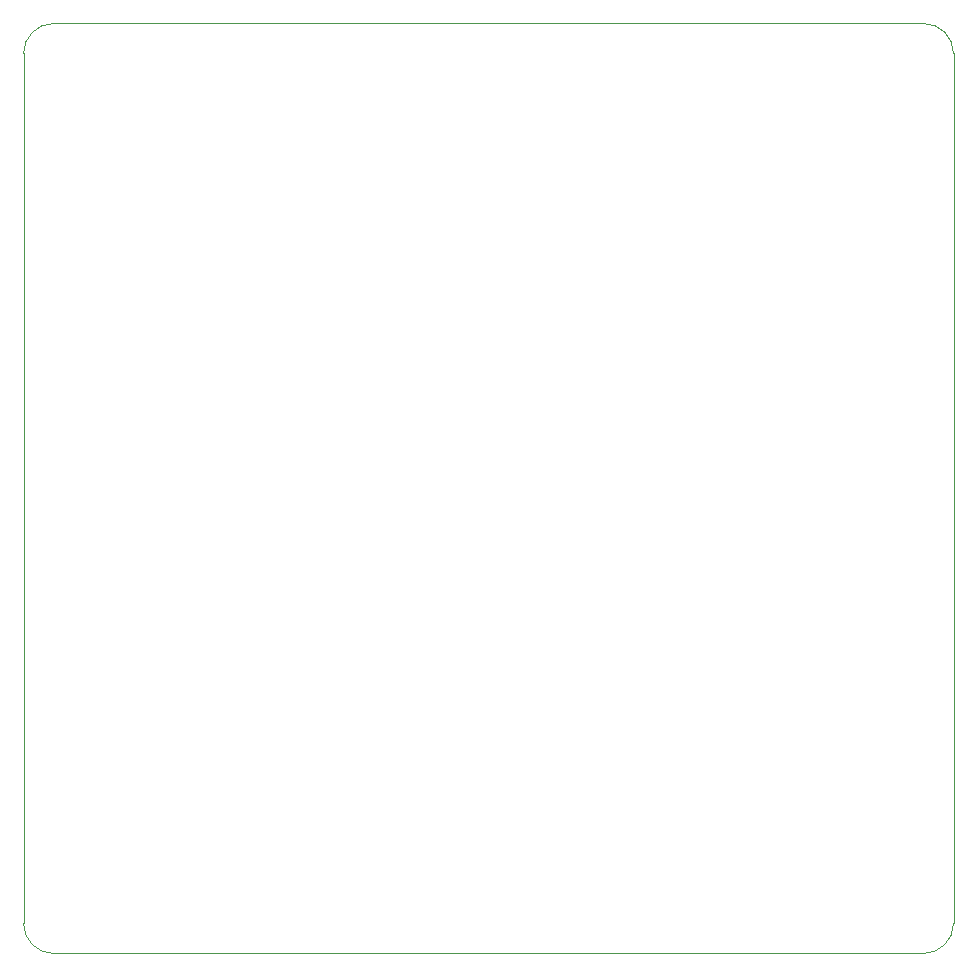
<source format=gbr>
%TF.GenerationSoftware,KiCad,Pcbnew,(6.0.2)*%
%TF.CreationDate,2022-02-25T10:45:33+01:00*%
%TF.ProjectId,CNC_interface,434e435f-696e-4746-9572-666163652e6b,rev?*%
%TF.SameCoordinates,Original*%
%TF.FileFunction,Profile,NP*%
%FSLAX46Y46*%
G04 Gerber Fmt 4.6, Leading zero omitted, Abs format (unit mm)*
G04 Created by KiCad (PCBNEW (6.0.2)) date 2022-02-25 10:45:33*
%MOMM*%
%LPD*%
G01*
G04 APERTURE LIST*
%TA.AperFunction,Profile*%
%ADD10C,0.050000*%
%TD*%
G04 APERTURE END LIST*
D10*
X114300000Y-132080000D02*
X114300000Y-58420000D01*
X190500000Y-134620000D02*
X116840000Y-134620000D01*
X193040000Y-58420000D02*
X193040000Y-132080000D01*
X116840000Y-55880000D02*
X190500000Y-55880000D01*
X114300000Y-132080000D02*
G75*
G03*
X116840000Y-134620000I2540000J0D01*
G01*
X116840000Y-55880000D02*
G75*
G03*
X114300000Y-58420000I0J-2540000D01*
G01*
X190500000Y-134620000D02*
G75*
G03*
X193040000Y-132080000I0J2540000D01*
G01*
X193040000Y-58420000D02*
G75*
G03*
X190500000Y-55880000I-2540000J0D01*
G01*
M02*

</source>
